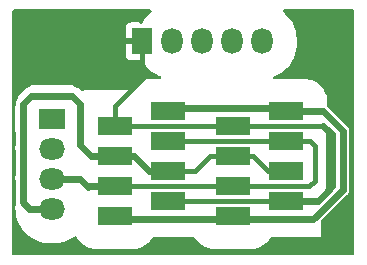
<source format=gbr>
G04 #@! TF.GenerationSoftware,KiCad,Pcbnew,7.0.9-7.0.9~ubuntu22.04.1*
G04 #@! TF.CreationDate,2023-12-04T14:44:26+01:00*
G04 #@! TF.ProjectId,CAN_Adaptateur,43414e5f-4164-4617-9074-61746575722e,rev?*
G04 #@! TF.SameCoordinates,Original*
G04 #@! TF.FileFunction,Copper,L1,Top*
G04 #@! TF.FilePolarity,Positive*
%FSLAX46Y46*%
G04 Gerber Fmt 4.6, Leading zero omitted, Abs format (unit mm)*
G04 Created by KiCad (PCBNEW 7.0.9-7.0.9~ubuntu22.04.1) date 2023-12-04 14:44:26*
%MOMM*%
%LPD*%
G01*
G04 APERTURE LIST*
G04 #@! TA.AperFunction,SMDPad,CuDef*
%ADD10R,3.000000X1.500000*%
G04 #@! TD*
G04 #@! TA.AperFunction,SMDPad,CuDef*
%ADD11R,3.000000X1.499997*%
G04 #@! TD*
G04 #@! TA.AperFunction,ComponentPad*
%ADD12R,1.800000X2.200000*%
G04 #@! TD*
G04 #@! TA.AperFunction,ComponentPad*
%ADD13O,1.800000X2.200000*%
G04 #@! TD*
G04 #@! TA.AperFunction,ComponentPad*
%ADD14R,2.200000X1.800000*%
G04 #@! TD*
G04 #@! TA.AperFunction,ComponentPad*
%ADD15O,2.200000X1.800000*%
G04 #@! TD*
G04 #@! TA.AperFunction,Conductor*
%ADD16C,0.600000*%
G04 #@! TD*
G04 #@! TA.AperFunction,Conductor*
%ADD17C,0.400000*%
G04 #@! TD*
G04 APERTURE END LIST*
D10*
X144710404Y-92305208D03*
X149210405Y-91035208D03*
X144710404Y-89765208D03*
X149210405Y-88495208D03*
X144710404Y-87225208D03*
X149210405Y-85955208D03*
D11*
X144710404Y-84685208D03*
X149210405Y-83415208D03*
D12*
X137040000Y-77500000D03*
D13*
X139580000Y-77500000D03*
X142120000Y-77500000D03*
X144660000Y-77500000D03*
X147200000Y-77500000D03*
D10*
X134710404Y-92305208D03*
X139210405Y-91035208D03*
X134710404Y-89765208D03*
X139210405Y-88495208D03*
X134710404Y-87225208D03*
X139210405Y-85955208D03*
D11*
X134710404Y-84685208D03*
X139210405Y-83415208D03*
D14*
X129400000Y-84060000D03*
D15*
X129400000Y-86600000D03*
X129400000Y-89140000D03*
X129400000Y-91680000D03*
D16*
X139464405Y-83161208D02*
X148956405Y-83161208D01*
X144964404Y-92559208D02*
X151508047Y-92559208D01*
X151508047Y-92559208D02*
X153991600Y-90075655D01*
X153991600Y-90075655D02*
X153991600Y-87362404D01*
X134710404Y-92305208D02*
X134964404Y-92559208D01*
X149210405Y-83415208D02*
X152326208Y-83415208D01*
X134964404Y-92559208D02*
X144456404Y-92559208D01*
X144456404Y-92559208D02*
X144710404Y-92305208D01*
X153991600Y-87362404D02*
X153991600Y-85080600D01*
X144710404Y-92305208D02*
X144964404Y-92559208D01*
X152326208Y-83415208D02*
X153991600Y-85080600D01*
D17*
X139210405Y-85955208D02*
X149210405Y-85955208D01*
X144710404Y-89765208D02*
X151186591Y-89765208D01*
D16*
X129400000Y-89140000D02*
X131740000Y-89140000D01*
X131740000Y-89140000D02*
X132400000Y-89800000D01*
D17*
X151629400Y-89322400D02*
X151629400Y-86325200D01*
X151186591Y-89765208D02*
X151629400Y-89322400D01*
X149210405Y-85955208D02*
X151259408Y-85955208D01*
D16*
X132434792Y-89765208D02*
X134710404Y-89765208D01*
X132400000Y-89800000D02*
X132434792Y-89765208D01*
D17*
X151259408Y-85955208D02*
X151629400Y-86325200D01*
X134710404Y-89765208D02*
X144710404Y-89765208D01*
D16*
X134710389Y-87225208D02*
X136350406Y-87225208D01*
X132725208Y-87225208D02*
X134710404Y-87225208D01*
D17*
X146425407Y-87225208D02*
X147695407Y-88495208D01*
D16*
X131800000Y-82800000D02*
X131800000Y-86300000D01*
D17*
X144710404Y-87225208D02*
X146425407Y-87225208D01*
X141500403Y-88495208D02*
X142770403Y-87225208D01*
D16*
X127480000Y-91680000D02*
X126900000Y-91100000D01*
X136350406Y-87225208D02*
X137620406Y-88495208D01*
D17*
X142770403Y-87225208D02*
X144710404Y-87225208D01*
D16*
X126900000Y-82800000D02*
X127600000Y-82100000D01*
X127600000Y-82100000D02*
X131100000Y-82100000D01*
D17*
X133709700Y-87506300D02*
X134429297Y-87506300D01*
X139210405Y-88495208D02*
X141500403Y-88495208D01*
X134429297Y-87506300D02*
X134710389Y-87225208D01*
D16*
X131100000Y-82100000D02*
X131800000Y-82800000D01*
X126900000Y-91100000D02*
X126900000Y-82800000D01*
X129400000Y-91680000D02*
X127480000Y-91680000D01*
D17*
X147695407Y-88495208D02*
X149210405Y-88495208D01*
D16*
X137620406Y-88495208D02*
X139210405Y-88495208D01*
X131800000Y-86300000D02*
X132725208Y-87225208D01*
D17*
X134710404Y-84685208D02*
X144710404Y-84685208D01*
D16*
X152351608Y-84685208D02*
X152823200Y-85156800D01*
D17*
X134710404Y-82989596D02*
X137040000Y-80660000D01*
X134710404Y-84685208D02*
X134710404Y-82989596D01*
X141910400Y-91035208D02*
X149210405Y-91035208D01*
D16*
X149210405Y-91035208D02*
X151872391Y-91035208D01*
D17*
X137040000Y-80660000D02*
X137040000Y-77500000D01*
D16*
X151872391Y-91035208D02*
X152823200Y-90084400D01*
D17*
X139210405Y-91035208D02*
X141885398Y-91035208D01*
X144710404Y-84685208D02*
X152351608Y-84685208D01*
D16*
X152823200Y-90084400D02*
X152823200Y-85156800D01*
G04 #@! TA.AperFunction,Conductor*
G36*
X137769723Y-74820185D02*
G01*
X137815478Y-74872989D01*
X137825422Y-74942147D01*
X137796397Y-75005703D01*
X137774978Y-75025244D01*
X137758718Y-75036911D01*
X137749210Y-75043733D01*
X137495210Y-75276097D01*
X137495206Y-75276101D01*
X137270463Y-75536887D01*
X137270460Y-75536891D01*
X137078151Y-75822405D01*
X137078141Y-75822422D01*
X137024317Y-75927290D01*
X136976193Y-75977944D01*
X136908322Y-75994538D01*
X136842255Y-75971804D01*
X136798965Y-75916961D01*
X136797044Y-75907044D01*
X136790000Y-75900000D01*
X136092155Y-75900000D01*
X136032627Y-75906401D01*
X136032620Y-75906403D01*
X135897913Y-75956645D01*
X135897906Y-75956649D01*
X135782812Y-76042809D01*
X135782809Y-76042812D01*
X135696649Y-76157906D01*
X135696645Y-76157913D01*
X135646403Y-76292620D01*
X135646401Y-76292627D01*
X135640000Y-76352155D01*
X135640000Y-77250000D01*
X136555500Y-77250000D01*
X136598246Y-77262551D01*
X136580507Y-77290156D01*
X136540000Y-77428111D01*
X136540000Y-77571889D01*
X136580507Y-77709844D01*
X136600080Y-77740301D01*
X136555500Y-77750000D01*
X135640000Y-77750000D01*
X135640000Y-78647844D01*
X135646401Y-78707372D01*
X135646403Y-78707379D01*
X135696645Y-78842086D01*
X135696649Y-78842093D01*
X135782809Y-78957187D01*
X135782812Y-78957190D01*
X135897906Y-79043350D01*
X135897913Y-79043354D01*
X136032620Y-79093596D01*
X136032627Y-79093598D01*
X136092155Y-79099999D01*
X136092172Y-79100000D01*
X136790000Y-79100000D01*
X136803907Y-79086092D01*
X136809685Y-79066417D01*
X136862489Y-79020662D01*
X136931647Y-79010718D01*
X136995203Y-79039743D01*
X137020767Y-79070396D01*
X137170076Y-79323206D01*
X137170081Y-79323212D01*
X137170082Y-79323214D01*
X137378974Y-79596843D01*
X137378982Y-79596852D01*
X137618766Y-79843850D01*
X137618767Y-79843851D01*
X137886093Y-80060764D01*
X137886099Y-80060768D01*
X137886103Y-80060771D01*
X138038482Y-80156967D01*
X138177198Y-80244538D01*
X138487994Y-80392592D01*
X138545831Y-80412145D01*
X138578650Y-80423241D01*
X138635853Y-80463359D01*
X138662287Y-80528036D01*
X138649557Y-80596736D01*
X138601706Y-80647648D01*
X138538936Y-80664709D01*
X137638957Y-80664709D01*
X137424971Y-80680013D01*
X137145367Y-80740837D01*
X136877238Y-80840844D01*
X136626095Y-80977979D01*
X136626087Y-80977984D01*
X136397017Y-81149463D01*
X136396999Y-81149479D01*
X136194675Y-81351803D01*
X136194659Y-81351821D01*
X136046074Y-81550310D01*
X135990141Y-81592182D01*
X135946807Y-81600000D01*
X132077796Y-81600000D01*
X132077796Y-81609299D01*
X132058111Y-81676338D01*
X132005307Y-81722093D01*
X131936149Y-81732037D01*
X131872593Y-81703012D01*
X131866115Y-81696980D01*
X131813405Y-81644270D01*
X131813387Y-81644254D01*
X131584317Y-81472775D01*
X131584309Y-81472770D01*
X131333166Y-81335635D01*
X131333167Y-81335635D01*
X131225915Y-81295632D01*
X131065046Y-81235631D01*
X131065043Y-81235630D01*
X131065037Y-81235628D01*
X130785433Y-81174804D01*
X130571448Y-81159500D01*
X128228552Y-81159500D01*
X128014566Y-81174804D01*
X127734962Y-81235628D01*
X127466833Y-81335635D01*
X127215690Y-81472770D01*
X127215682Y-81472775D01*
X126986612Y-81644254D01*
X126986594Y-81644270D01*
X126784270Y-81846594D01*
X126784254Y-81846612D01*
X126612775Y-82075682D01*
X126612770Y-82075690D01*
X126475635Y-82326833D01*
X126375628Y-82594962D01*
X126314804Y-82874566D01*
X126299500Y-83088552D01*
X126299500Y-85031448D01*
X126314804Y-85245431D01*
X126346666Y-85391894D01*
X126349500Y-85418253D01*
X126349500Y-86047595D01*
X126346841Y-86073136D01*
X126326241Y-86170999D01*
X126326241Y-86171004D01*
X126295673Y-86513884D01*
X126305875Y-86858008D01*
X126348141Y-87141136D01*
X126349500Y-87159444D01*
X126349500Y-88587595D01*
X126346841Y-88613136D01*
X126326241Y-88710999D01*
X126326241Y-88711004D01*
X126295673Y-89053884D01*
X126305875Y-89398008D01*
X126348141Y-89681136D01*
X126349500Y-89699444D01*
X126349500Y-91090604D01*
X126347832Y-91139408D01*
X126345245Y-91160712D01*
X126326242Y-91250995D01*
X126326241Y-91251004D01*
X126295673Y-91593884D01*
X126295673Y-91593893D01*
X126295673Y-91593897D01*
X126305875Y-91938006D01*
X126356703Y-92278492D01*
X126447446Y-92610577D01*
X126505347Y-92753345D01*
X126576829Y-92929602D01*
X126576830Y-92929604D01*
X126743031Y-93231075D01*
X126743032Y-93231077D01*
X126843382Y-93370932D01*
X126943730Y-93510785D01*
X127176099Y-93764791D01*
X127436880Y-93989531D01*
X127436885Y-93989534D01*
X127436887Y-93989536D01*
X127436891Y-93989539D01*
X127722405Y-94181848D01*
X127722407Y-94181849D01*
X127722410Y-94181851D01*
X128028683Y-94339050D01*
X128351399Y-94458922D01*
X128686027Y-94539783D01*
X129027870Y-94580500D01*
X129027877Y-94580500D01*
X129685988Y-94580500D01*
X129685990Y-94580500D01*
X129943655Y-94565209D01*
X130282486Y-94504313D01*
X130611736Y-94403769D01*
X130926783Y-94264990D01*
X131223206Y-94089924D01*
X131300971Y-94030556D01*
X131366201Y-94005523D01*
X131434611Y-94019730D01*
X131484480Y-94068666D01*
X131485046Y-94069691D01*
X131523174Y-94139517D01*
X131523179Y-94139525D01*
X131694658Y-94368595D01*
X131694674Y-94368613D01*
X131896998Y-94570937D01*
X131897016Y-94570953D01*
X132126086Y-94742432D01*
X132126094Y-94742437D01*
X132377237Y-94879572D01*
X132377236Y-94879572D01*
X132377240Y-94879573D01*
X132377243Y-94879575D01*
X132645358Y-94979577D01*
X132645364Y-94979578D01*
X132645366Y-94979579D01*
X132924970Y-95040403D01*
X132924972Y-95040403D01*
X132924976Y-95040404D01*
X133138956Y-95055708D01*
X136281852Y-95055708D01*
X136495832Y-95040404D01*
X136775450Y-94979577D01*
X137043565Y-94879575D01*
X137294719Y-94742434D01*
X137523799Y-94570947D01*
X137726143Y-94368603D01*
X137865944Y-94181851D01*
X137892415Y-94146490D01*
X137948348Y-94104618D01*
X137991682Y-94096800D01*
X141429126Y-94096800D01*
X141496165Y-94116485D01*
X141528393Y-94146490D01*
X141694658Y-94368595D01*
X141694674Y-94368613D01*
X141896998Y-94570937D01*
X141897016Y-94570953D01*
X142126086Y-94742432D01*
X142126094Y-94742437D01*
X142377237Y-94879572D01*
X142377236Y-94879572D01*
X142377240Y-94879573D01*
X142377243Y-94879575D01*
X142645358Y-94979577D01*
X142645364Y-94979578D01*
X142645366Y-94979579D01*
X142924970Y-95040403D01*
X142924972Y-95040403D01*
X142924976Y-95040404D01*
X143138956Y-95055708D01*
X146281852Y-95055708D01*
X146495832Y-95040404D01*
X146775450Y-94979577D01*
X147043565Y-94879575D01*
X147294719Y-94742434D01*
X147523799Y-94570947D01*
X147726143Y-94368603D01*
X147865944Y-94181851D01*
X147892415Y-94146490D01*
X147948348Y-94104618D01*
X147991682Y-94096800D01*
X152143796Y-94096800D01*
X152143796Y-92753345D01*
X152163481Y-92686306D01*
X152180115Y-92665664D01*
X154374203Y-90471575D01*
X154422644Y-90426335D01*
X154445641Y-90388516D01*
X154449213Y-90383266D01*
X154475961Y-90347997D01*
X154482545Y-90331298D01*
X154491944Y-90312374D01*
X154501272Y-90297037D01*
X154513211Y-90254420D01*
X154515237Y-90248398D01*
X154531476Y-90207221D01*
X154531476Y-90207219D01*
X154533311Y-90189371D01*
X154537258Y-90168599D01*
X154542100Y-90151320D01*
X154542100Y-90107061D01*
X154542425Y-90100716D01*
X154544722Y-90078374D01*
X154546952Y-90056684D01*
X154543903Y-90038999D01*
X154542100Y-90017931D01*
X154542100Y-85089997D01*
X154544362Y-85023774D01*
X154533883Y-84980774D01*
X154532696Y-84974531D01*
X154526670Y-84930682D01*
X154526670Y-84930680D01*
X154519521Y-84914222D01*
X154512780Y-84894178D01*
X154508533Y-84876748D01*
X154486838Y-84838164D01*
X154484014Y-84832478D01*
X154466380Y-84791880D01*
X154466380Y-84791879D01*
X154455058Y-84777963D01*
X154443157Y-84760476D01*
X154434368Y-84744844D01*
X154434367Y-84744843D01*
X154434366Y-84744841D01*
X154403056Y-84713531D01*
X154398810Y-84708825D01*
X154379595Y-84685207D01*
X154370878Y-84674492D01*
X154356212Y-84664139D01*
X154340045Y-84650520D01*
X152747224Y-83057698D01*
X152713739Y-82996375D01*
X152710905Y-82970017D01*
X152710905Y-82593761D01*
X152695601Y-82379781D01*
X152684084Y-82326839D01*
X152634776Y-82100171D01*
X152634775Y-82100169D01*
X152634774Y-82100163D01*
X152534772Y-81832048D01*
X152432228Y-81644254D01*
X152397634Y-81580899D01*
X152397629Y-81580891D01*
X152226150Y-81351821D01*
X152226134Y-81351803D01*
X152023810Y-81149479D01*
X152023792Y-81149463D01*
X151794722Y-80977984D01*
X151794714Y-80977979D01*
X151543571Y-80840844D01*
X151543572Y-80840844D01*
X151426220Y-80797074D01*
X151275451Y-80740840D01*
X151275448Y-80740839D01*
X151275442Y-80740837D01*
X150995838Y-80680013D01*
X150781853Y-80664709D01*
X148243149Y-80664709D01*
X148176110Y-80645024D01*
X148130355Y-80592220D01*
X148120411Y-80523062D01*
X148149436Y-80459506D01*
X148196545Y-80425799D01*
X148449599Y-80323172D01*
X148751079Y-80156966D01*
X149030785Y-79956270D01*
X149284791Y-79723901D01*
X149509531Y-79463120D01*
X149701851Y-79177590D01*
X149859050Y-78871317D01*
X149978922Y-78548601D01*
X150059783Y-78213973D01*
X150100500Y-77872130D01*
X150100500Y-77214010D01*
X150085209Y-76956345D01*
X150024313Y-76617514D01*
X149923769Y-76288264D01*
X149784990Y-75973217D01*
X149609924Y-75676794D01*
X149401027Y-75403158D01*
X149401024Y-75403155D01*
X149401017Y-75403147D01*
X149161233Y-75156149D01*
X149022690Y-75043733D01*
X148994411Y-75020787D01*
X148954759Y-74963263D01*
X148952500Y-74893430D01*
X148988354Y-74833461D01*
X149050938Y-74802397D01*
X149072544Y-74800500D01*
X154875500Y-74800500D01*
X154942539Y-74820185D01*
X154988294Y-74872989D01*
X154999500Y-74924500D01*
X154999500Y-95475500D01*
X154979815Y-95542539D01*
X154927011Y-95588294D01*
X154875500Y-95599500D01*
X126154500Y-95599500D01*
X126087461Y-95579815D01*
X126041706Y-95527011D01*
X126030500Y-95475500D01*
X126030500Y-74924500D01*
X126050185Y-74857461D01*
X126102989Y-74811706D01*
X126154500Y-74800500D01*
X137702684Y-74800500D01*
X137769723Y-74820185D01*
G37*
G04 #@! TD.AperFunction*
G04 #@! TA.AperFunction,Conductor*
G36*
X152866804Y-84741433D02*
G01*
X152895060Y-84762585D01*
X153404781Y-85272306D01*
X153438266Y-85333629D01*
X153441100Y-85359987D01*
X153441100Y-89796268D01*
X153421415Y-89863307D01*
X153404781Y-89883949D01*
X152355477Y-90933253D01*
X152294154Y-90966738D01*
X152224462Y-90961754D01*
X152168529Y-90919882D01*
X152144112Y-90854418D01*
X152143796Y-90845572D01*
X152143796Y-90692313D01*
X152163481Y-90625274D01*
X152180116Y-90604631D01*
X152226134Y-90558613D01*
X152226144Y-90558603D01*
X152397631Y-90329523D01*
X152534772Y-90078369D01*
X152634774Y-89810254D01*
X152634776Y-89810245D01*
X152695600Y-89530641D01*
X152695600Y-89530640D01*
X152695601Y-89530636D01*
X152710905Y-89316656D01*
X152710905Y-87673760D01*
X152695601Y-87459780D01*
X152650306Y-87251562D01*
X152650306Y-87198853D01*
X152695601Y-86990636D01*
X152710905Y-86776656D01*
X152710905Y-85133760D01*
X152695601Y-84919780D01*
X152686213Y-84876624D01*
X152691197Y-84806934D01*
X152733067Y-84751000D01*
X152798531Y-84726582D01*
X152866804Y-84741433D01*
G37*
G04 #@! TD.AperFunction*
M02*

</source>
